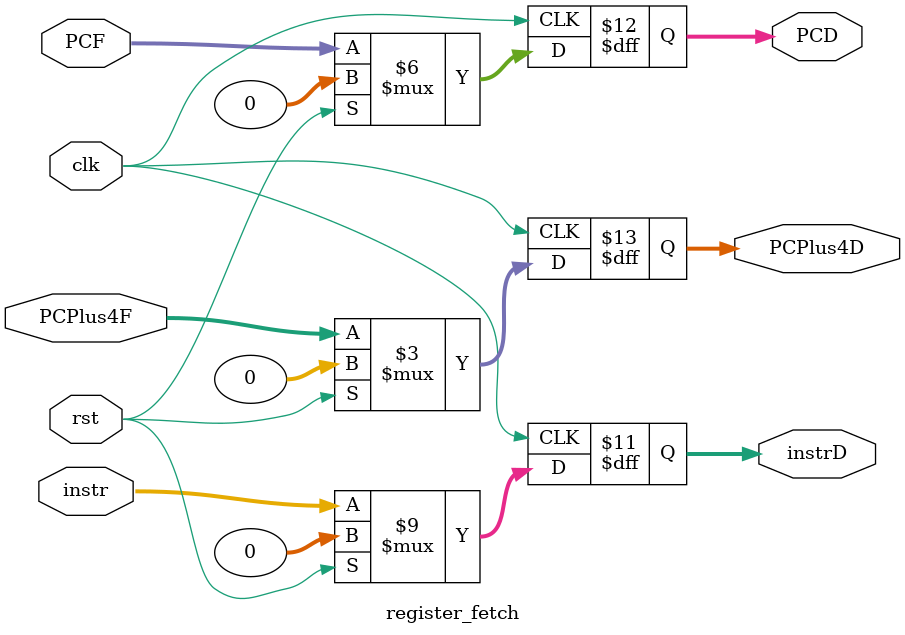
<source format=v>
`timescale 1ns / 1ps

module register_fetch (
  input      clk, 
  input      rst,
  input      [31:0] instr, 
  input      [31:0] PCF, 
  input      [31:0] PCPlus4F,
  output reg [31:0] instrD, 
  output reg [31:0] PCD, 
  output reg [31:0] PCPlus4D
);
  
  always @(posedge clk)
    begin 
      if (rst)
        begin
          instrD <= 0;
          PCD <= 0;
          PCPlus4D <= 0;
        end
      else
        begin
          instrD <= instr;
          PCD <= PCF;
          PCPlus4D <= PCPlus4F;
        end
      
    end
    endmodule

</source>
